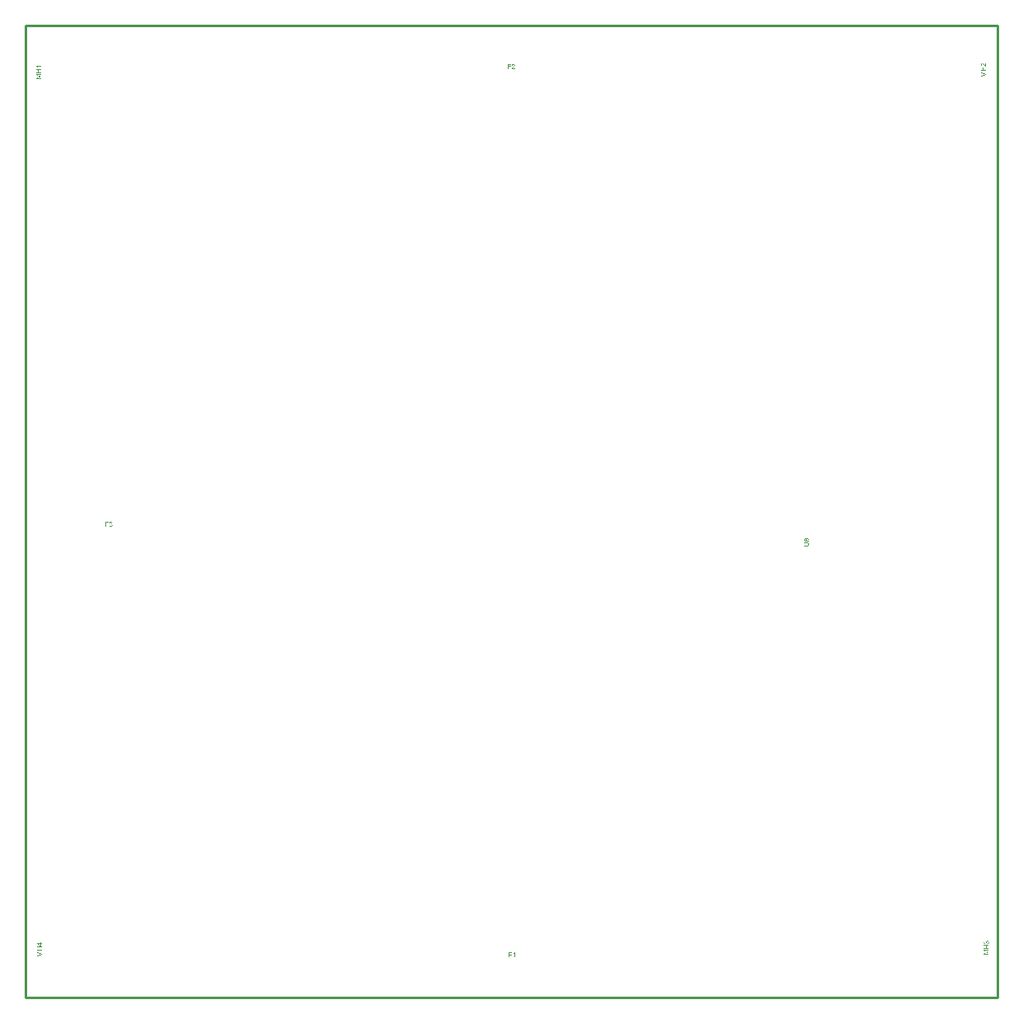
<source format=gm1>
G04*
G04 #@! TF.GenerationSoftware,Altium Limited,Altium Designer,22.2.1 (43)*
G04*
G04 Layer_Color=16711935*
%FSLAX44Y44*%
%MOMM*%
G71*
G04*
G04 #@! TF.SameCoordinates,09C73F61-2481-4693-A516-3075C6E7F38E*
G04*
G04*
G04 #@! TF.FilePolarity,Positive*
G04*
G01*
G75*
%ADD99C,0.2540*%
G36*
X804655Y472249D02*
X804706Y472241D01*
X804773Y472234D01*
X804847Y472219D01*
X804928Y472197D01*
X805098Y472145D01*
X805194Y472108D01*
X805283Y472057D01*
X805379Y472005D01*
X805468Y471946D01*
X805556Y471872D01*
X805645Y471791D01*
X805653Y471783D01*
X805667Y471768D01*
X805689Y471746D01*
X805712Y471709D01*
X805749Y471657D01*
X805786Y471606D01*
X805823Y471539D01*
X805867Y471465D01*
X805911Y471384D01*
X805948Y471288D01*
X805985Y471185D01*
X806022Y471081D01*
X806044Y470963D01*
X806067Y470837D01*
X806081Y470711D01*
X806089Y470571D01*
Y470497D01*
X806081Y470445D01*
X806074Y470379D01*
X806067Y470305D01*
X806052Y470224D01*
X806030Y470135D01*
X805978Y469935D01*
X805941Y469832D01*
X805904Y469736D01*
X805852Y469632D01*
X805793Y469529D01*
X805726Y469433D01*
X805645Y469344D01*
X805638Y469337D01*
X805623Y469322D01*
X805601Y469300D01*
X805564Y469270D01*
X805519Y469240D01*
X805468Y469196D01*
X805409Y469159D01*
X805335Y469115D01*
X805261Y469071D01*
X805172Y469034D01*
X804987Y468960D01*
X804876Y468930D01*
X804766Y468908D01*
X804647Y468893D01*
X804529Y468886D01*
X804522D01*
X804507D01*
X804477D01*
X804448Y468893D01*
X804403D01*
X804352Y468900D01*
X804233Y468915D01*
X804100Y468945D01*
X803967Y468989D01*
X803827Y469056D01*
X803694Y469137D01*
X803687D01*
X803679Y469152D01*
X803642Y469181D01*
X803583Y469240D01*
X803509Y469322D01*
X803435Y469425D01*
X803354Y469551D01*
X803287Y469691D01*
X803236Y469861D01*
Y469854D01*
X803228Y469847D01*
X803221Y469824D01*
X803206Y469795D01*
X803176Y469728D01*
X803132Y469640D01*
X803073Y469544D01*
X802999Y469448D01*
X802918Y469359D01*
X802829Y469277D01*
X802814Y469270D01*
X802785Y469248D01*
X802726Y469218D01*
X802652Y469189D01*
X802556Y469152D01*
X802445Y469122D01*
X802319Y469100D01*
X802186Y469093D01*
X802179D01*
X802164D01*
X802134D01*
X802090Y469100D01*
X802046Y469108D01*
X801986Y469115D01*
X801861Y469144D01*
X801713Y469189D01*
X801558Y469263D01*
X801477Y469307D01*
X801395Y469359D01*
X801321Y469425D01*
X801247Y469492D01*
X801240Y469499D01*
X801233Y469514D01*
X801210Y469536D01*
X801188Y469566D01*
X801159Y469603D01*
X801129Y469654D01*
X801092Y469714D01*
X801055Y469773D01*
X801018Y469847D01*
X800981Y469928D01*
X800952Y470017D01*
X800922Y470113D01*
X800878Y470320D01*
X800870Y470438D01*
X800863Y470556D01*
Y470623D01*
X800870Y470667D01*
X800878Y470726D01*
X800885Y470793D01*
X800892Y470867D01*
X800915Y470941D01*
X800959Y471118D01*
X801026Y471295D01*
X801070Y471384D01*
X801122Y471473D01*
X801188Y471554D01*
X801255Y471635D01*
X801262Y471643D01*
X801270Y471650D01*
X801292Y471672D01*
X801321Y471702D01*
X801366Y471731D01*
X801410Y471768D01*
X801521Y471842D01*
X801661Y471916D01*
X801824Y471983D01*
X802009Y472034D01*
X802105Y472042D01*
X802208Y472049D01*
X802216D01*
X802223D01*
X802267D01*
X802334Y472042D01*
X802415Y472027D01*
X802519Y472005D01*
X802622Y471968D01*
X802726Y471924D01*
X802829Y471857D01*
X802844Y471850D01*
X802873Y471820D01*
X802918Y471776D01*
X802977Y471717D01*
X803043Y471635D01*
X803110Y471539D01*
X803176Y471428D01*
X803236Y471295D01*
Y471303D01*
X803243Y471317D01*
X803250Y471340D01*
X803265Y471369D01*
X803302Y471458D01*
X803354Y471561D01*
X803428Y471672D01*
X803509Y471791D01*
X803613Y471901D01*
X803731Y472005D01*
X803738D01*
X803746Y472012D01*
X803790Y472042D01*
X803864Y472086D01*
X803960Y472131D01*
X804078Y472175D01*
X804219Y472219D01*
X804374Y472249D01*
X804544Y472256D01*
X804551D01*
X804573D01*
X804610D01*
X804655Y472249D01*
D02*
G37*
G36*
X804034Y468013D02*
X804108D01*
X804196Y468006D01*
X804285Y467999D01*
X804485Y467977D01*
X804692Y467947D01*
X804891Y467903D01*
X804987Y467873D01*
X805076Y467844D01*
X805083D01*
X805098Y467836D01*
X805120Y467821D01*
X805150Y467807D01*
X805231Y467762D01*
X805335Y467696D01*
X805453Y467607D01*
X805571Y467504D01*
X805697Y467370D01*
X805808Y467208D01*
Y467201D01*
X805823Y467186D01*
X805830Y467164D01*
X805852Y467127D01*
X805874Y467082D01*
X805897Y467023D01*
X805919Y466964D01*
X805948Y466890D01*
X805978Y466809D01*
X806000Y466720D01*
X806022Y466624D01*
X806044Y466513D01*
X806059Y466402D01*
X806074Y466284D01*
X806089Y466018D01*
Y465951D01*
X806081Y465900D01*
Y465840D01*
X806074Y465767D01*
X806067Y465685D01*
X806059Y465604D01*
X806030Y465419D01*
X805985Y465220D01*
X805926Y465027D01*
X805845Y464843D01*
Y464835D01*
X805830Y464821D01*
X805815Y464798D01*
X805800Y464769D01*
X805741Y464687D01*
X805660Y464591D01*
X805556Y464481D01*
X805438Y464377D01*
X805290Y464273D01*
X805128Y464192D01*
X805120D01*
X805106Y464185D01*
X805076Y464177D01*
X805039Y464163D01*
X804995Y464148D01*
X804936Y464133D01*
X804869Y464111D01*
X804788Y464096D01*
X804699Y464081D01*
X804603Y464059D01*
X804500Y464044D01*
X804389Y464030D01*
X804263Y464015D01*
X804130Y464007D01*
X803989Y464000D01*
X803842D01*
X800885D01*
Y464680D01*
X803842D01*
X803849D01*
X803871D01*
X803908D01*
X803953D01*
X804004Y464687D01*
X804071D01*
X804211Y464695D01*
X804374Y464710D01*
X804537Y464732D01*
X804692Y464761D01*
X804758Y464776D01*
X804825Y464798D01*
X804839Y464806D01*
X804876Y464821D01*
X804928Y464857D01*
X805002Y464902D01*
X805076Y464953D01*
X805157Y465027D01*
X805239Y465116D01*
X805305Y465220D01*
X805313Y465234D01*
X805335Y465271D01*
X805357Y465338D01*
X805387Y465427D01*
X805424Y465530D01*
X805446Y465663D01*
X805468Y465803D01*
X805475Y465959D01*
Y466033D01*
X805468Y466077D01*
Y466143D01*
X805460Y466210D01*
X805431Y466373D01*
X805394Y466550D01*
X805335Y466720D01*
X805254Y466883D01*
X805202Y466957D01*
X805143Y467023D01*
X805135Y467030D01*
X805128Y467038D01*
X805106Y467053D01*
X805076Y467075D01*
X805032Y467097D01*
X804987Y467127D01*
X804921Y467156D01*
X804854Y467186D01*
X804773Y467215D01*
X804677Y467237D01*
X804566Y467267D01*
X804448Y467289D01*
X804315Y467311D01*
X804174Y467326D01*
X804012Y467341D01*
X803842D01*
X800885D01*
Y468021D01*
X803842D01*
X803849D01*
X803879D01*
X803916D01*
X803967D01*
X804034Y468013D01*
D02*
G37*
G36*
X503445Y41000D02*
X502817D01*
Y44999D01*
X502810Y44991D01*
X502773Y44962D01*
X502728Y44917D01*
X502654Y44866D01*
X502573Y44799D01*
X502470Y44725D01*
X502351Y44644D01*
X502218Y44563D01*
X502211D01*
X502203Y44555D01*
X502159Y44526D01*
X502085Y44489D01*
X501997Y44444D01*
X501893Y44393D01*
X501782Y44341D01*
X501671Y44289D01*
X501561Y44245D01*
Y44851D01*
X501568D01*
X501583Y44866D01*
X501612Y44873D01*
X501649Y44895D01*
X501693Y44917D01*
X501745Y44947D01*
X501871Y45021D01*
X502019Y45102D01*
X502167Y45206D01*
X502322Y45324D01*
X502477Y45450D01*
X502484Y45457D01*
X502492Y45464D01*
X502514Y45487D01*
X502543Y45509D01*
X502610Y45583D01*
X502699Y45671D01*
X502788Y45775D01*
X502884Y45893D01*
X502965Y46011D01*
X503039Y46137D01*
X503445D01*
Y41000D01*
D02*
G37*
G36*
X500459Y45509D02*
X497680D01*
Y43927D01*
X500082D01*
Y43321D01*
X497680D01*
Y41000D01*
X497000D01*
Y46115D01*
X500459D01*
Y45509D01*
D02*
G37*
G36*
X501898Y960130D02*
X501958Y960122D01*
X502031Y960115D01*
X502113Y960100D01*
X502194Y960085D01*
X502386Y960033D01*
X502578Y959960D01*
X502674Y959915D01*
X502771Y959864D01*
X502859Y959797D01*
X502940Y959723D01*
X502948Y959716D01*
X502963Y959708D01*
X502977Y959679D01*
X503007Y959649D01*
X503044Y959612D01*
X503081Y959560D01*
X503118Y959509D01*
X503162Y959442D01*
X503236Y959302D01*
X503310Y959124D01*
X503340Y959036D01*
X503354Y958932D01*
X503369Y958829D01*
X503377Y958718D01*
Y958703D01*
Y958666D01*
X503369Y958607D01*
X503362Y958526D01*
X503347Y958437D01*
X503317Y958334D01*
X503288Y958223D01*
X503244Y958112D01*
X503236Y958097D01*
X503221Y958060D01*
X503192Y958001D01*
X503148Y957920D01*
X503088Y957831D01*
X503014Y957720D01*
X502926Y957609D01*
X502822Y957484D01*
X502808Y957469D01*
X502771Y957424D01*
X502734Y957387D01*
X502697Y957350D01*
X502652Y957306D01*
X502593Y957247D01*
X502534Y957188D01*
X502460Y957121D01*
X502386Y957047D01*
X502298Y956966D01*
X502201Y956885D01*
X502098Y956789D01*
X501980Y956693D01*
X501861Y956589D01*
X501854Y956582D01*
X501839Y956567D01*
X501810Y956545D01*
X501773Y956515D01*
X501728Y956471D01*
X501677Y956426D01*
X501558Y956330D01*
X501433Y956220D01*
X501314Y956109D01*
X501211Y956013D01*
X501167Y955976D01*
X501130Y955939D01*
X501122Y955931D01*
X501100Y955909D01*
X501071Y955880D01*
X501034Y955835D01*
X500997Y955783D01*
X500952Y955732D01*
X500863Y955606D01*
X503384D01*
Y955000D01*
X499991D01*
Y955007D01*
Y955037D01*
Y955081D01*
X499999Y955140D01*
X500006Y955207D01*
X500021Y955281D01*
X500036Y955355D01*
X500065Y955436D01*
Y955443D01*
X500073Y955451D01*
X500087Y955495D01*
X500117Y955562D01*
X500161Y955650D01*
X500220Y955754D01*
X500294Y955872D01*
X500376Y955990D01*
X500479Y956116D01*
Y956124D01*
X500494Y956131D01*
X500531Y956175D01*
X500597Y956242D01*
X500694Y956338D01*
X500804Y956449D01*
X500945Y956582D01*
X501115Y956730D01*
X501300Y956885D01*
X501307Y956892D01*
X501337Y956914D01*
X501381Y956951D01*
X501433Y956996D01*
X501499Y957055D01*
X501581Y957121D01*
X501662Y957195D01*
X501758Y957277D01*
X501943Y957454D01*
X502127Y957631D01*
X502216Y957720D01*
X502298Y957809D01*
X502371Y957890D01*
X502430Y957971D01*
Y957979D01*
X502445Y957986D01*
X502460Y958008D01*
X502475Y958038D01*
X502527Y958119D01*
X502586Y958215D01*
X502637Y958334D01*
X502689Y958459D01*
X502719Y958600D01*
X502734Y958733D01*
Y958740D01*
Y958747D01*
X502726Y958792D01*
X502719Y958866D01*
X502697Y958947D01*
X502667Y959051D01*
X502615Y959154D01*
X502549Y959257D01*
X502460Y959361D01*
X502445Y959376D01*
X502408Y959405D01*
X502357Y959442D01*
X502275Y959494D01*
X502172Y959538D01*
X502054Y959583D01*
X501913Y959612D01*
X501758Y959620D01*
X501714D01*
X501684Y959612D01*
X501595Y959605D01*
X501492Y959583D01*
X501381Y959553D01*
X501255Y959501D01*
X501137Y959435D01*
X501026Y959346D01*
X501011Y959331D01*
X500982Y959294D01*
X500938Y959235D01*
X500893Y959147D01*
X500841Y959043D01*
X500797Y958910D01*
X500768Y958762D01*
X500753Y958592D01*
X500110Y958659D01*
Y958666D01*
X500117Y958688D01*
Y958725D01*
X500124Y958777D01*
X500139Y958836D01*
X500154Y958903D01*
X500176Y958984D01*
X500198Y959065D01*
X500257Y959243D01*
X500346Y959420D01*
X500398Y959509D01*
X500464Y959597D01*
X500531Y959679D01*
X500605Y959753D01*
X500612Y959760D01*
X500627Y959767D01*
X500649Y959790D01*
X500686Y959812D01*
X500731Y959841D01*
X500782Y959871D01*
X500841Y959908D01*
X500915Y959945D01*
X500997Y959982D01*
X501085Y960019D01*
X501181Y960048D01*
X501285Y960078D01*
X501396Y960100D01*
X501514Y960122D01*
X501640Y960130D01*
X501773Y960137D01*
X501847D01*
X501898Y960130D01*
D02*
G37*
G36*
X499459Y959509D02*
X496680D01*
Y957927D01*
X499082D01*
Y957321D01*
X496680D01*
Y955000D01*
X496000D01*
Y960115D01*
X499459D01*
Y959509D01*
D02*
G37*
G36*
X989514Y58229D02*
X989573Y58221D01*
X989640Y58206D01*
X989714Y58191D01*
X989795Y58177D01*
X989973Y58118D01*
X990069Y58073D01*
X990157Y58029D01*
X990253Y57970D01*
X990350Y57903D01*
X990446Y57829D01*
X990534Y57741D01*
X990542Y57733D01*
X990556Y57719D01*
X990579Y57689D01*
X990608Y57652D01*
X990645Y57608D01*
X990682Y57548D01*
X990726Y57482D01*
X990763Y57401D01*
X990808Y57319D01*
X990852Y57223D01*
X990889Y57127D01*
X990926Y57016D01*
X990956Y56898D01*
X990978Y56772D01*
X990993Y56647D01*
X991000Y56506D01*
Y56440D01*
X990993Y56395D01*
X990985Y56336D01*
X990978Y56270D01*
X990963Y56196D01*
X990948Y56115D01*
X990904Y55937D01*
X990830Y55752D01*
X990786Y55656D01*
X990734Y55568D01*
X990667Y55479D01*
X990601Y55390D01*
X990593Y55383D01*
X990579Y55368D01*
X990556Y55346D01*
X990527Y55324D01*
X990490Y55287D01*
X990438Y55250D01*
X990387Y55205D01*
X990320Y55161D01*
X990246Y55117D01*
X990172Y55072D01*
X989995Y54991D01*
X989788Y54925D01*
X989677Y54902D01*
X989559Y54887D01*
X989477Y55516D01*
X989485D01*
X989500Y55523D01*
X989529Y55531D01*
X989566Y55538D01*
X989610Y55545D01*
X989662Y55560D01*
X989773Y55597D01*
X989906Y55649D01*
X990032Y55715D01*
X990150Y55789D01*
X990253Y55878D01*
X990261Y55893D01*
X990290Y55922D01*
X990327Y55981D01*
X990364Y56055D01*
X990409Y56144D01*
X990446Y56255D01*
X990475Y56381D01*
X990483Y56514D01*
Y56558D01*
X990475Y56588D01*
X990468Y56669D01*
X990446Y56772D01*
X990409Y56891D01*
X990357Y57016D01*
X990283Y57142D01*
X990180Y57260D01*
X990165Y57275D01*
X990120Y57312D01*
X990054Y57356D01*
X989965Y57415D01*
X989854Y57474D01*
X989729Y57519D01*
X989581Y57556D01*
X989418Y57571D01*
X989411D01*
X989396D01*
X989374D01*
X989344Y57563D01*
X989263Y57556D01*
X989167Y57534D01*
X989049Y57504D01*
X988930Y57452D01*
X988812Y57378D01*
X988701Y57282D01*
X988687Y57268D01*
X988657Y57231D01*
X988613Y57172D01*
X988561Y57090D01*
X988509Y56987D01*
X988465Y56861D01*
X988435Y56721D01*
X988420Y56565D01*
Y56499D01*
X988428Y56447D01*
X988435Y56381D01*
X988450Y56307D01*
X988465Y56218D01*
X988487Y56122D01*
X987933Y56196D01*
Y56233D01*
X987940Y56262D01*
Y56358D01*
X987925Y56440D01*
X987910Y56536D01*
X987888Y56647D01*
X987851Y56772D01*
X987800Y56891D01*
X987733Y57016D01*
Y57024D01*
X987726Y57031D01*
X987696Y57068D01*
X987644Y57120D01*
X987578Y57179D01*
X987482Y57238D01*
X987371Y57290D01*
X987245Y57327D01*
X987171Y57341D01*
X987090D01*
X987083D01*
X987075D01*
X987031D01*
X986972Y57327D01*
X986890Y57312D01*
X986802Y57282D01*
X986706Y57245D01*
X986609Y57186D01*
X986521Y57105D01*
X986513Y57098D01*
X986484Y57061D01*
X986447Y57009D01*
X986403Y56942D01*
X986366Y56854D01*
X986329Y56750D01*
X986299Y56632D01*
X986292Y56499D01*
Y56440D01*
X986306Y56373D01*
X986321Y56284D01*
X986351Y56188D01*
X986388Y56092D01*
X986447Y55989D01*
X986521Y55893D01*
X986528Y55885D01*
X986565Y55856D01*
X986617Y55812D01*
X986691Y55760D01*
X986787Y55708D01*
X986905Y55656D01*
X987046Y55612D01*
X987208Y55582D01*
X987097Y54954D01*
X987090D01*
X987068Y54962D01*
X987038Y54969D01*
X986994Y54976D01*
X986942Y54991D01*
X986883Y55013D01*
X986742Y55058D01*
X986580Y55132D01*
X986417Y55220D01*
X986262Y55331D01*
X986122Y55472D01*
X986114Y55479D01*
X986107Y55494D01*
X986092Y55516D01*
X986070Y55545D01*
X986040Y55582D01*
X986011Y55634D01*
X985981Y55686D01*
X985944Y55752D01*
X985885Y55900D01*
X985826Y56070D01*
X985789Y56270D01*
X985774Y56373D01*
Y56558D01*
X985782Y56639D01*
X985796Y56735D01*
X985819Y56854D01*
X985856Y56987D01*
X985900Y57120D01*
X985959Y57253D01*
Y57260D01*
X985966Y57268D01*
X985989Y57312D01*
X986033Y57378D01*
X986085Y57452D01*
X986159Y57541D01*
X986240Y57630D01*
X986336Y57719D01*
X986447Y57792D01*
X986462Y57800D01*
X986499Y57822D01*
X986565Y57852D01*
X986646Y57888D01*
X986742Y57925D01*
X986853Y57955D01*
X986979Y57977D01*
X987105Y57984D01*
X987120D01*
X987164D01*
X987223Y57977D01*
X987304Y57962D01*
X987400Y57940D01*
X987504Y57903D01*
X987607Y57859D01*
X987711Y57800D01*
X987726Y57792D01*
X987755Y57770D01*
X987807Y57726D01*
X987866Y57667D01*
X987933Y57593D01*
X988007Y57504D01*
X988073Y57401D01*
X988139Y57275D01*
Y57282D01*
X988147Y57297D01*
X988154Y57319D01*
X988162Y57349D01*
X988191Y57430D01*
X988236Y57534D01*
X988295Y57652D01*
X988369Y57770D01*
X988465Y57881D01*
X988576Y57984D01*
X988590Y57992D01*
X988635Y58021D01*
X988709Y58066D01*
X988805Y58110D01*
X988923Y58155D01*
X989063Y58199D01*
X989226Y58229D01*
X989403Y58236D01*
X989411D01*
X989433D01*
X989470D01*
X989514Y58229D01*
D02*
G37*
G36*
X990911Y53328D02*
X988502D01*
Y50682D01*
X990911D01*
Y50002D01*
X985796D01*
Y50682D01*
X987896D01*
Y53328D01*
X985796D01*
Y54008D01*
X990911D01*
Y53328D01*
D02*
G37*
G36*
Y48228D02*
X986632D01*
X990911Y46735D01*
Y46129D01*
X986558Y44651D01*
X990911D01*
Y44000D01*
X985796D01*
Y45013D01*
X989426Y46225D01*
X989433D01*
X989448Y46232D01*
X989470Y46240D01*
X989507Y46254D01*
X989596Y46284D01*
X989706Y46321D01*
X989832Y46358D01*
X989958Y46402D01*
X990076Y46439D01*
X990180Y46469D01*
X990165Y46476D01*
X990128Y46483D01*
X990061Y46506D01*
X989973Y46535D01*
X989854Y46572D01*
X989714Y46624D01*
X989551Y46676D01*
X989359Y46742D01*
X985796Y47969D01*
Y48878D01*
X990911D01*
Y48228D01*
D02*
G37*
G36*
X87839Y489218D02*
X87935Y489203D01*
X88054Y489181D01*
X88187Y489144D01*
X88320Y489100D01*
X88453Y489041D01*
X88460D01*
X88468Y489034D01*
X88512Y489011D01*
X88578Y488967D01*
X88652Y488915D01*
X88741Y488841D01*
X88830Y488760D01*
X88918Y488664D01*
X88992Y488553D01*
X89000Y488538D01*
X89022Y488501D01*
X89051Y488435D01*
X89088Y488354D01*
X89125Y488257D01*
X89155Y488147D01*
X89177Y488021D01*
X89184Y487895D01*
Y487881D01*
Y487836D01*
X89177Y487777D01*
X89162Y487696D01*
X89140Y487600D01*
X89103Y487496D01*
X89059Y487393D01*
X89000Y487289D01*
X88992Y487274D01*
X88970Y487245D01*
X88926Y487193D01*
X88867Y487134D01*
X88793Y487067D01*
X88704Y486993D01*
X88601Y486927D01*
X88475Y486861D01*
X88482D01*
X88497Y486853D01*
X88519Y486846D01*
X88549Y486838D01*
X88630Y486809D01*
X88734Y486764D01*
X88852Y486705D01*
X88970Y486631D01*
X89081Y486535D01*
X89184Y486424D01*
X89192Y486410D01*
X89221Y486365D01*
X89266Y486291D01*
X89310Y486195D01*
X89354Y486077D01*
X89399Y485937D01*
X89428Y485774D01*
X89436Y485597D01*
Y485589D01*
Y485567D01*
Y485530D01*
X89428Y485486D01*
X89421Y485426D01*
X89406Y485360D01*
X89391Y485286D01*
X89377Y485205D01*
X89318Y485027D01*
X89273Y484931D01*
X89229Y484843D01*
X89170Y484747D01*
X89103Y484650D01*
X89029Y484554D01*
X88940Y484466D01*
X88933Y484458D01*
X88918Y484444D01*
X88889Y484421D01*
X88852Y484392D01*
X88807Y484355D01*
X88748Y484318D01*
X88682Y484273D01*
X88601Y484236D01*
X88519Y484192D01*
X88423Y484148D01*
X88327Y484111D01*
X88216Y484074D01*
X88098Y484044D01*
X87972Y484022D01*
X87847Y484007D01*
X87706Y484000D01*
X87640D01*
X87595Y484007D01*
X87536Y484015D01*
X87470Y484022D01*
X87396Y484037D01*
X87314Y484052D01*
X87137Y484096D01*
X86952Y484170D01*
X86856Y484214D01*
X86767Y484266D01*
X86679Y484333D01*
X86590Y484399D01*
X86583Y484407D01*
X86568Y484421D01*
X86546Y484444D01*
X86524Y484473D01*
X86487Y484510D01*
X86450Y484562D01*
X86405Y484613D01*
X86361Y484680D01*
X86317Y484754D01*
X86272Y484828D01*
X86191Y485005D01*
X86124Y485212D01*
X86102Y485323D01*
X86087Y485441D01*
X86716Y485523D01*
Y485515D01*
X86723Y485500D01*
X86730Y485471D01*
X86738Y485434D01*
X86745Y485390D01*
X86760Y485338D01*
X86797Y485227D01*
X86849Y485094D01*
X86915Y484968D01*
X86989Y484850D01*
X87078Y484747D01*
X87093Y484739D01*
X87122Y484710D01*
X87181Y484673D01*
X87255Y484636D01*
X87344Y484591D01*
X87455Y484554D01*
X87580Y484525D01*
X87713Y484517D01*
X87758D01*
X87788Y484525D01*
X87869Y484532D01*
X87972Y484554D01*
X88090Y484591D01*
X88216Y484643D01*
X88342Y484717D01*
X88460Y484820D01*
X88475Y484835D01*
X88512Y484880D01*
X88556Y484946D01*
X88615Y485035D01*
X88674Y485146D01*
X88719Y485271D01*
X88756Y485419D01*
X88771Y485582D01*
Y485589D01*
Y485604D01*
Y485626D01*
X88763Y485656D01*
X88756Y485737D01*
X88734Y485833D01*
X88704Y485951D01*
X88652Y486070D01*
X88578Y486188D01*
X88482Y486299D01*
X88468Y486314D01*
X88431Y486343D01*
X88371Y486387D01*
X88290Y486439D01*
X88187Y486491D01*
X88061Y486535D01*
X87921Y486565D01*
X87765Y486580D01*
X87699D01*
X87647Y486572D01*
X87580Y486565D01*
X87507Y486550D01*
X87418Y486535D01*
X87322Y486513D01*
X87396Y487067D01*
X87433D01*
X87462Y487060D01*
X87558D01*
X87640Y487075D01*
X87736Y487090D01*
X87847Y487112D01*
X87972Y487149D01*
X88090Y487201D01*
X88216Y487267D01*
X88223D01*
X88231Y487274D01*
X88268Y487304D01*
X88320Y487356D01*
X88379Y487422D01*
X88438Y487518D01*
X88490Y487629D01*
X88527Y487755D01*
X88541Y487829D01*
Y487910D01*
Y487917D01*
Y487925D01*
Y487969D01*
X88527Y488028D01*
X88512Y488110D01*
X88482Y488198D01*
X88445Y488294D01*
X88386Y488391D01*
X88305Y488479D01*
X88298Y488487D01*
X88260Y488516D01*
X88209Y488553D01*
X88142Y488597D01*
X88054Y488634D01*
X87950Y488671D01*
X87832Y488701D01*
X87699Y488708D01*
X87640D01*
X87573Y488694D01*
X87484Y488679D01*
X87388Y488649D01*
X87292Y488612D01*
X87189Y488553D01*
X87093Y488479D01*
X87085Y488472D01*
X87056Y488435D01*
X87011Y488383D01*
X86960Y488309D01*
X86908Y488213D01*
X86856Y488095D01*
X86812Y487954D01*
X86782Y487792D01*
X86154Y487903D01*
Y487910D01*
X86161Y487932D01*
X86169Y487962D01*
X86176Y488006D01*
X86191Y488058D01*
X86213Y488117D01*
X86257Y488257D01*
X86331Y488420D01*
X86420Y488583D01*
X86531Y488738D01*
X86671Y488878D01*
X86679Y488886D01*
X86693Y488893D01*
X86716Y488908D01*
X86745Y488930D01*
X86782Y488960D01*
X86834Y488989D01*
X86886Y489019D01*
X86952Y489056D01*
X87100Y489115D01*
X87270Y489174D01*
X87470Y489211D01*
X87573Y489226D01*
X87758D01*
X87839Y489218D01*
D02*
G37*
G36*
X85459Y488597D02*
X82680D01*
Y487016D01*
X85082D01*
Y486410D01*
X82680D01*
Y484089D01*
X82000D01*
Y489203D01*
X85459D01*
Y488597D01*
D02*
G37*
G36*
X988000Y957792D02*
X987993D01*
X987963D01*
X987919D01*
X987860Y957799D01*
X987793Y957806D01*
X987719Y957821D01*
X987645Y957836D01*
X987564Y957865D01*
X987557D01*
X987549Y957873D01*
X987505Y957887D01*
X987438Y957917D01*
X987350Y957962D01*
X987246Y958021D01*
X987128Y958094D01*
X987010Y958176D01*
X986884Y958279D01*
X986877D01*
X986869Y958294D01*
X986825Y958331D01*
X986758Y958398D01*
X986662Y958494D01*
X986551Y958605D01*
X986418Y958745D01*
X986270Y958915D01*
X986115Y959100D01*
X986108Y959107D01*
X986086Y959137D01*
X986049Y959181D01*
X986004Y959233D01*
X985945Y959299D01*
X985879Y959381D01*
X985805Y959462D01*
X985723Y959558D01*
X985546Y959743D01*
X985369Y959928D01*
X985280Y960016D01*
X985191Y960098D01*
X985110Y960172D01*
X985029Y960231D01*
X985021D01*
X985014Y960245D01*
X984992Y960260D01*
X984962Y960275D01*
X984881Y960327D01*
X984785Y960386D01*
X984667Y960438D01*
X984541Y960489D01*
X984400Y960519D01*
X984267Y960534D01*
X984260D01*
X984253D01*
X984208Y960526D01*
X984134Y960519D01*
X984053Y960497D01*
X983950Y960467D01*
X983846Y960415D01*
X983743Y960349D01*
X983639Y960260D01*
X983624Y960245D01*
X983595Y960208D01*
X983558Y960157D01*
X983506Y960075D01*
X983462Y959972D01*
X983417Y959854D01*
X983388Y959713D01*
X983380Y959558D01*
Y959514D01*
X983388Y959484D01*
X983395Y959395D01*
X983417Y959292D01*
X983447Y959181D01*
X983499Y959055D01*
X983565Y958937D01*
X983654Y958826D01*
X983669Y958811D01*
X983706Y958782D01*
X983765Y958738D01*
X983853Y958693D01*
X983957Y958642D01*
X984090Y958597D01*
X984238Y958568D01*
X984408Y958553D01*
X984341Y957910D01*
X984334D01*
X984312Y957917D01*
X984275D01*
X984223Y957924D01*
X984164Y957939D01*
X984097Y957954D01*
X984016Y957976D01*
X983935Y957998D01*
X983757Y958057D01*
X983580Y958146D01*
X983491Y958198D01*
X983403Y958264D01*
X983321Y958331D01*
X983247Y958405D01*
X983240Y958412D01*
X983233Y958427D01*
X983210Y958449D01*
X983188Y958486D01*
X983159Y958531D01*
X983129Y958582D01*
X983092Y958642D01*
X983055Y958715D01*
X983018Y958797D01*
X982981Y958885D01*
X982952Y958981D01*
X982922Y959085D01*
X982900Y959196D01*
X982878Y959314D01*
X982870Y959440D01*
X982863Y959573D01*
Y959647D01*
X982870Y959698D01*
X982878Y959758D01*
X982885Y959831D01*
X982900Y959913D01*
X982915Y959994D01*
X982967Y960186D01*
X983040Y960378D01*
X983085Y960474D01*
X983137Y960571D01*
X983203Y960659D01*
X983277Y960741D01*
X983284Y960748D01*
X983292Y960763D01*
X983321Y960778D01*
X983351Y960807D01*
X983388Y960844D01*
X983439Y960881D01*
X983491Y960918D01*
X983558Y960962D01*
X983698Y961036D01*
X983876Y961110D01*
X983964Y961140D01*
X984068Y961154D01*
X984171Y961169D01*
X984282Y961177D01*
X984297D01*
X984334D01*
X984393Y961169D01*
X984474Y961162D01*
X984563Y961147D01*
X984667Y961118D01*
X984777Y961088D01*
X984888Y961044D01*
X984903Y961036D01*
X984940Y961021D01*
X984999Y960992D01*
X985080Y960948D01*
X985169Y960889D01*
X985280Y960815D01*
X985391Y960726D01*
X985517Y960622D01*
X985531Y960608D01*
X985576Y960571D01*
X985613Y960534D01*
X985649Y960497D01*
X985694Y960452D01*
X985753Y960393D01*
X985812Y960334D01*
X985879Y960260D01*
X985953Y960186D01*
X986034Y960098D01*
X986115Y960002D01*
X986211Y959898D01*
X986307Y959780D01*
X986411Y959661D01*
X986418Y959654D01*
X986433Y959639D01*
X986455Y959610D01*
X986485Y959573D01*
X986529Y959528D01*
X986573Y959477D01*
X986670Y959358D01*
X986780Y959233D01*
X986891Y959115D01*
X986987Y959011D01*
X987024Y958967D01*
X987061Y958930D01*
X987069Y958922D01*
X987091Y958900D01*
X987120Y958871D01*
X987165Y958834D01*
X987216Y958797D01*
X987268Y958752D01*
X987394Y958664D01*
Y961184D01*
X988000D01*
Y957792D01*
D02*
G37*
G36*
Y956328D02*
X985590D01*
Y953682D01*
X988000D01*
Y953002D01*
X982885D01*
Y953682D01*
X984984D01*
Y956328D01*
X982885D01*
Y957008D01*
X988000D01*
Y956328D01*
D02*
G37*
G36*
Y951228D02*
X983720D01*
X988000Y949735D01*
Y949129D01*
X983646Y947651D01*
X988000D01*
Y947000D01*
X982885D01*
Y948013D01*
X986514Y949225D01*
X986522D01*
X986536Y949232D01*
X986559Y949240D01*
X986596Y949254D01*
X986684Y949284D01*
X986795Y949321D01*
X986921Y949358D01*
X987047Y949402D01*
X987165Y949439D01*
X987268Y949469D01*
X987253Y949476D01*
X987216Y949483D01*
X987150Y949506D01*
X987061Y949535D01*
X986943Y949572D01*
X986803Y949624D01*
X986640Y949676D01*
X986448Y949742D01*
X982885Y950969D01*
Y951878D01*
X988000D01*
Y951228D01*
D02*
G37*
G36*
X15773Y55519D02*
X17000D01*
Y54891D01*
X15773D01*
Y52666D01*
X15196D01*
X11885Y55009D01*
Y55519D01*
X15196D01*
Y56214D01*
X15773D01*
Y55519D01*
D02*
G37*
G36*
X17000Y51328D02*
X14590D01*
Y48682D01*
X17000D01*
Y48002D01*
X11885D01*
Y48682D01*
X13984D01*
Y51328D01*
X11885D01*
Y52008D01*
X17000D01*
Y51328D01*
D02*
G37*
G36*
Y46228D02*
X12720D01*
X17000Y44735D01*
Y44129D01*
X12646Y42650D01*
X17000D01*
Y42000D01*
X11885D01*
Y43013D01*
X15514Y44225D01*
X15522D01*
X15537Y44232D01*
X15559Y44240D01*
X15596Y44254D01*
X15684Y44284D01*
X15795Y44321D01*
X15921Y44358D01*
X16047Y44402D01*
X16165Y44439D01*
X16268Y44469D01*
X16253Y44476D01*
X16216Y44483D01*
X16150Y44506D01*
X16061Y44535D01*
X15943Y44572D01*
X15803Y44624D01*
X15640Y44676D01*
X15448Y44742D01*
X11885Y45969D01*
Y46878D01*
X17000D01*
Y46228D01*
D02*
G37*
G36*
X16000Y957617D02*
X12001D01*
X12009Y957610D01*
X12038Y957573D01*
X12083Y957528D01*
X12134Y957455D01*
X12201Y957373D01*
X12275Y957270D01*
X12356Y957151D01*
X12437Y957018D01*
Y957011D01*
X12445Y957004D01*
X12474Y956959D01*
X12511Y956885D01*
X12556Y956797D01*
X12607Y956693D01*
X12659Y956582D01*
X12711Y956471D01*
X12755Y956361D01*
X12149D01*
Y956368D01*
X12134Y956383D01*
X12127Y956412D01*
X12105Y956449D01*
X12083Y956494D01*
X12053Y956545D01*
X11979Y956671D01*
X11898Y956819D01*
X11794Y956967D01*
X11676Y957122D01*
X11550Y957277D01*
X11543Y957284D01*
X11536Y957292D01*
X11513Y957314D01*
X11491Y957344D01*
X11417Y957410D01*
X11329Y957499D01*
X11225Y957588D01*
X11107Y957684D01*
X10989Y957765D01*
X10863Y957839D01*
Y958245D01*
X16000D01*
Y957617D01*
D02*
G37*
G36*
Y954328D02*
X13590D01*
Y951682D01*
X16000D01*
Y951002D01*
X10885D01*
Y951682D01*
X12984D01*
Y954328D01*
X10885D01*
Y955008D01*
X16000D01*
Y954328D01*
D02*
G37*
G36*
Y949228D02*
X11720D01*
X16000Y947735D01*
Y947129D01*
X11646Y945650D01*
X16000D01*
Y945000D01*
X10885D01*
Y946013D01*
X14514Y947225D01*
X14522D01*
X14536Y947232D01*
X14559Y947240D01*
X14596Y947254D01*
X14684Y947284D01*
X14795Y947321D01*
X14921Y947358D01*
X15046Y947402D01*
X15165Y947439D01*
X15268Y947469D01*
X15253Y947476D01*
X15216Y947484D01*
X15150Y947506D01*
X15061Y947535D01*
X14943Y947572D01*
X14803Y947624D01*
X14640Y947676D01*
X14448Y947742D01*
X10885Y948969D01*
Y949878D01*
X16000D01*
Y949228D01*
D02*
G37*
%LPC*%
G36*
X802201Y471406D02*
X802193D01*
X802186D01*
X802142D01*
X802075Y471391D01*
X801994Y471377D01*
X801905Y471347D01*
X801809Y471303D01*
X801713Y471244D01*
X801617Y471162D01*
X801609Y471155D01*
X801580Y471118D01*
X801543Y471066D01*
X801499Y471000D01*
X801454Y470911D01*
X801417Y470815D01*
X801388Y470697D01*
X801380Y470571D01*
Y470512D01*
X801395Y470445D01*
X801410Y470357D01*
X801440Y470261D01*
X801477Y470157D01*
X801536Y470061D01*
X801617Y469965D01*
X801624Y469958D01*
X801654Y469928D01*
X801706Y469891D01*
X801772Y469854D01*
X801853Y469810D01*
X801949Y469773D01*
X802053Y469743D01*
X802171Y469736D01*
X802179D01*
X802186D01*
X802230Y469743D01*
X802297Y469751D01*
X802378Y469765D01*
X802474Y469795D01*
X802570Y469832D01*
X802674Y469891D01*
X802763Y469965D01*
X802770Y469972D01*
X802800Y470009D01*
X802837Y470061D01*
X802873Y470127D01*
X802918Y470216D01*
X802955Y470320D01*
X802984Y470438D01*
X802992Y470571D01*
Y470586D01*
X802984Y470630D01*
X802977Y470697D01*
X802962Y470785D01*
X802933Y470881D01*
X802896Y470978D01*
X802837Y471081D01*
X802763Y471170D01*
X802755Y471177D01*
X802718Y471207D01*
X802674Y471244D01*
X802607Y471288D01*
X802526Y471332D01*
X802430Y471369D01*
X802319Y471399D01*
X802201Y471406D01*
D02*
G37*
G36*
X804551Y471613D02*
X804544D01*
X804529D01*
X804507D01*
X804477Y471606D01*
X804396Y471598D01*
X804285Y471576D01*
X804174Y471539D01*
X804049Y471488D01*
X803923Y471414D01*
X803805Y471310D01*
X803790Y471295D01*
X803760Y471258D01*
X803709Y471192D01*
X803650Y471103D01*
X803598Y470992D01*
X803546Y470859D01*
X803516Y470711D01*
X803502Y470549D01*
Y470504D01*
X803509Y470475D01*
X803516Y470394D01*
X803539Y470290D01*
X803576Y470172D01*
X803627Y470054D01*
X803701Y469928D01*
X803797Y469817D01*
X803812Y469802D01*
X803849Y469773D01*
X803916Y469728D01*
X803997Y469677D01*
X804108Y469618D01*
X804233Y469573D01*
X804374Y469544D01*
X804529Y469529D01*
X804544D01*
X804573D01*
X804625Y469536D01*
X804692Y469544D01*
X804773Y469558D01*
X804862Y469580D01*
X804950Y469610D01*
X805046Y469647D01*
X805054Y469654D01*
X805091Y469669D01*
X805135Y469699D01*
X805187Y469743D01*
X805254Y469795D01*
X805320Y469861D01*
X805379Y469935D01*
X805438Y470024D01*
X805446Y470039D01*
X805460Y470068D01*
X805483Y470120D01*
X805505Y470187D01*
X805527Y470268D01*
X805549Y470364D01*
X805564Y470467D01*
X805571Y470571D01*
Y470615D01*
X805564Y470645D01*
X805556Y470734D01*
X805534Y470837D01*
X805497Y470955D01*
X805453Y471081D01*
X805379Y471199D01*
X805283Y471317D01*
X805268Y471332D01*
X805231Y471362D01*
X805165Y471414D01*
X805083Y471465D01*
X804980Y471517D01*
X804854Y471569D01*
X804706Y471598D01*
X804551Y471613D01*
D02*
G37*
G36*
X15196Y54891D02*
X12905D01*
X15196Y53279D01*
Y54891D01*
D02*
G37*
%LPD*%
D99*
X-0Y1000000D02*
X1000000D01*
Y-0D02*
Y1000000D01*
X-0Y-0D02*
X1000000D01*
X-0D02*
Y1000000D01*
M02*

</source>
